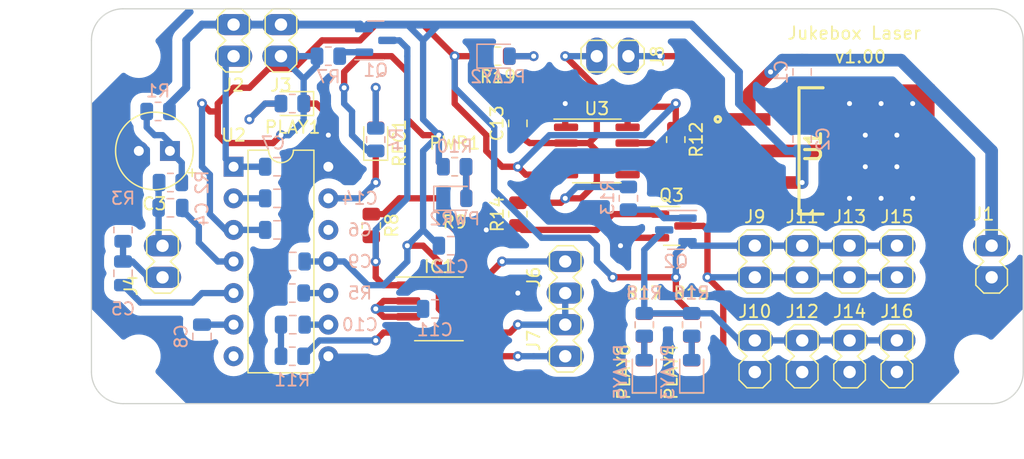
<source format=kicad_pcb>
(kicad_pcb (version 20221018) (generator pcbnew)
  (layers (0 "F.Cu" signal) (31 "B.Cu" signal) (34 "B.Paste" user) (35 "F.Paste" user) (36 "B.SilkS" user "B.Silkscreen") (37 "F.SilkS" user "F.Silkscreen") (38 "B.Mask" user) (39 "F.Mask" user) (44 "Edge.Cuts" user))
  (net 0 "")
  (net 1 "GND")
  (net 2 "REC")
  (net 3 "+5v")
  (net 4 "Net-(IC1-+IN)")
  (net 5 "Net-(PLAY1-A)")
  (net 6 "Net-(PWR1-A)")
  (net 7 "Net-(PWR2-A)")
  (net 8 "Net-(Q1-B)")
  (net 9 "Net-(REC1-A)")
  (net 10 "Net-(REC1-K)")
  (net 11 "VOL(-)")
  (net 12 "Mic(+)")
  (net 13 "Mic(-)")
  (net 14 "+9v")
  (net 15 "Shutdown")
  (net 16 "SPK(+)")
  (net 17 "PLAY")
  (net 18 "Net-(C10-Pad2)")
  (net 19 "/Amplifier/SPK+")
  (net 20 "/Amplifier/SPK-")
  (net 21 "/Jukebox/M+")
  (net 22 "/Jukebox/M-")
  (net 23 "/Jukebox/AGC")
  (net 24 "Net-(J8-Pin_2)")
  (net 25 "Flasher Speed")
  (net 26 "Net-(J11-Pin_2)")
  (net 27 "Net-(J10-Pin_1)")
  (net 28 "Net-(Q2-B)")
  (net 29 "Net-(Q3-B)")
  (net 30 "Net-(U3-Q)")
  (net 32 "Net-(C3-Pad1)")
  (net 33 "/Jukebox/PLAY_E")
  (net 34 "Net-(PLAY2-A)")
  (net 35 "Net-(PLAY3-A)")
  (net 36 "Net-(PLAY4-A)")
  (net 37 "Net-(PLAY5-A)")
  (net 38 "Net-(U2-ROSC)")
  (net 39 "Net-(PLAY6-A)")
  (footprint "LED_SMD:LED_0805_2012Metric" (layer "F.Cu") (at 35.56 105.7425 90)
    (fp_text reference "REC1")
    (fp_text value "Red")
  )
  (footprint "Headers:PinHeader_1x02_P2.54mm_Vertical_Wide" (layer "F.Cu") (at 66.04669 121.92)
    (fp_text reference "J10")
    (fp_text value "LED")
  )
  (footprint "Resistor_SMD:R_0805_2012Metric" (layer "F.Cu") (at 35.2025 112.6725 -90)
    (fp_text reference "R8")
    (fp_text value "10k")
  )
  (footprint "Capacitor_SMD:C_0805_2012Metric" (layer "F.Cu") (at 46.99 104.46 90)
    (fp_text reference "C13")
    (fp_text value "106")
  )
  (footprint "Resistor_SMD:R_0805_2012Metric" (layer "F.Cu") (at 57.15669 120.675 90)
    (fp_text reference "R17")
    (fp_text value "200 Ω")
  )
  (footprint "Headers:PinHeader_1x02_P2.54mm_Vertical_Wide" (layer "F.Cu") (at 18.415 116.845 180)
    (fp_text reference "J4")
    (fp_text value "Mic")
  )
  (footprint "LED_SMD:LED_0805_2012Metric" (layer "F.Cu") (at 41.91 110.49)
    (fp_text reference "PWR1")
    (fp_text value "Green")
  )
  (footprint "Local:LM4871" (layer "F.Cu") (at 40.64 119.38)
    (fp_text reference "IC1")
    (fp_text value "LM4871MX_NOPB")
  )
  (footprint "Headers:PinHeader_1x02_P2.54mm_Vertical_Wide" (layer "F.Cu") (at 85.09 116.84 180)
    (fp_text reference "J1")
    (fp_text value "Power")
  )
  (footprint "Capacitor_THT:CP_Radial_Tantal_D6.0mm_P2.50mm" (layer "F.Cu") (at 19.01 106.68 180)
    (fp_text reference "C3")
    (fp_text value "220 µF")
  )
  (footprint "Package_SO:SOIC-8_3.9x4.9mm_P1.27mm" (layer "F.Cu") (at 53.34 106.68)
    (fp_text reference "U3")
    (fp_text value "NE555D")
  )
  (footprint "Headers:PinHeader_1x02_P2.54mm_Vertical_Wide" (layer "F.Cu") (at 24.13 99.06 180)
    (fp_text reference "J2")
    (fp_text value "Rec")
  )
  (footprint "Resistor_SMD:R_0805_2012Metric" (layer "F.Cu") (at 46.99 111.76 90)
    (fp_text reference "R14")
    (fp_text value "100k")
  )
  (footprint "Headers:PinHeader_1x02_P2.54mm_Vertical_Wide" (layer "F.Cu") (at 27.94 99.06 180)
    (fp_text reference "J3")
    (fp_text value "Play")
  )
  (footprint "LED_SMD:LED_0805_2012Metric" (layer "F.Cu") (at 57.15669 124.46 90)
    (fp_text reference "PLAY6")
    (fp_text value "Yellow")
  )
  (footprint "Local:ISD1820" (layer "F.Cu") (at 24.13 107.95)
    (fp_text reference "U2")
    (fp_text value "ISD1820")
  )
  (footprint "LED_SMD:LED_0805_2012Metric" (layer "F.Cu") (at 28.8775 102.87 180)
    (fp_text reference "PLAY1")
    (fp_text value "Blue")
  )
  (footprint "Headers:PinHeader_1x02_P2.54mm_Vertical_Wide" (layer "F.Cu") (at 77.47 121.912434)
    (fp_text reference "J16")
    (fp_text value "LED")
  )
  (footprint "Headers:PinHeader_1x02_P2.54mm_Vertical_Wide" (layer "F.Cu") (at 69.85669 121.92)
    (fp_text reference "J12")
    (fp_text value "LED")
  )
  (footprint "Headers:PinHeader_1x02_P2.54mm_Vertical_Wide" (layer "F.Cu") (at 66.04669 114.3)
    (fp_text reference "J9")
    (fp_text value "LED")
  )
  (footprint "MountingHole:MountingHole_3mm" (layer "F.Cu") (at 83.82 99.06)
    (fp_text reference "REF**" hide)
    (fp_text value "MountingHole_3mm" hide)
  )
  (footprint "Resistor_SMD:R_0805_2012Metric" (layer "F.Cu") (at 59.69 105.7675 -90)
    (fp_text reference "R12")
    (fp_text value "1k")
  )
  (footprint "Resistor_SMD:R_0805_2012Metric" (layer "F.Cu") (at 45.3875 99.06 180)
    (fp_text reference "R19")
    (fp_text value "1k")
  )
  (footprint "Headers:PinHeader_1x02_P2.54mm_Vertical_Wide" (layer "F.Cu") (at 77.47669 114.3)
    (fp_text reference "J15")
    (fp_text value "LED")
  )
  (footprint "MountingHole:MountingHole_3mm" (layer "F.Cu") (at 16.51 99.06)
    (fp_text reference "REF**" hide)
    (fp_text value "MountingHole_3mm" hide)
  )
  (footprint "Headers:PinHeader_1x02_P2.54mm_Vertical_Wide" (layer "F.Cu") (at 50.8 115.57)
    (fp_text reference "J6")
    (fp_text value "Speaker")
  )
  (footprint "Local:ua7805-KTT-_R-PSFM-G3_" (layer "F.Cu") (at 78.6 106.68 -90)
    (fp_text reference "U1")
    (fp_text value "ua7805" hide)
  )
  (footprint "Headers:PinHeader_1x02_P2.54mm_Vertical_Wide" (layer "F.Cu") (at 69.85669 114.3)
    (fp_text reference "J11")
    (fp_text value "LED")
  )
  (footprint "Resistor_SMD:R_0805_2012Metric" (layer "F.Cu") (at 60.96669 120.675 90)
    (fp_text reference "R15")
    (fp_text value "200 Ω")
  )
  (footprint "Headers:PinHeader_1x02_P2.54mm_Vertical_Wide" (layer "F.Cu") (at 50.8 120.65)
    (fp_text reference "J7")
    (fp_text value "100k pot")
  )
  (footprint "Headers:PinHeader_1x02_P2.54mm_Vertical_Wide" (layer "F.Cu") (at 73.66669 121.92)
    (fp_text reference "J14")
    (fp_text value "LED")
  )
  (footprint "MountingHole:MountingHole_3mm" (layer "F.Cu") (at 16.51 123.19)
    (fp_text reference "REF**" hide)
    (fp_text value "MountingHole_3mm" hide)
  )
  (footprint "MountingHole:MountingHole_3mm" (layer "F.Cu") (at 83.82 123.19)
    (fp_text reference "REF**" hide)
    (fp_text value "MountingHole_3mm" hide)
  )
  (footprint "LED_SMD:LED_0805_2012Metric" (layer "F.Cu") (at 60.96669 124.46 90)
    (fp_text reference "PLAY4")
    (fp_text value "Yellow")
  )
  (footprint "Headers:PinHeader_1x02_P2.54mm_Vertical_Wide" (layer "F.Cu") (at 73.66669 114.3)
    (fp_text reference "J13")
    (fp_text value "LED")
  )
  (footprint "Resistor_SMD:R_0805_2012Metric" (layer "F.Cu") (at 41.91 107.95 180)
    (fp_text reference "R9")
    (fp_text value "1k")
  )
  (footprint "Package_TO_SOT_SMD:SOT-23" (layer "F.Cu") (at 59.36419 112.71)
    (fp_text reference "Q3")
    (fp_text value "PMBT2222A")
  )
  (footprint "Headers:PinHeader_1x02_P2.54mm_Vertical_Wide" (layer "F.Cu") (at 55.88 99.06 -90)
    (fp_text reference "J8")
    (fp_text value "100k pot")
  )
  (footprint "Capacitor_SMD:C_0805_2012Metric" (layer "B.Cu") (at 28.89 115.57 180)
    (fp_text reference "C9")
    (fp_text value "104")
  )
  (footprint "Package_TO_SOT_SMD:SOT-23" (layer "B.Cu") (at 59.69669 113.03 180)
    (fp_text reference "Q2")
    (fp_text value "2PB709AXL")
  )
  (footprint "Resistor_SMD:R_0805_2012Metric" (layer "B.Cu") (at 19.05 109.22 180)
    (fp_text reference "R2")
    (fp_text value "4.7k")
  )
  (footprint "Capacitor_SMD:C_0805_2012Metric" (layer "B.Cu") (at 69.85 100.33 -90)
    (fp_text reference "C1")
    (fp_text value "334")
  )
  (footprint "Capacitor_SMD:C_0805_2012Metric" (layer "B.Cu") (at 41.59 114.3)
    (fp_text reference "C12")
    (fp_text value "105")
  )
  (footprint "Resistor_SMD:R_0805_2012Metric" (layer "B.Cu") (at 28.8525 123.19 180)
    (fp_text reference "R11")
    (fp_text value "10k")
  )
  (footprint "Resistor_SMD:R_0805_2012Metric" (layer "B.Cu") (at 35.56 105.7675 90)
    (fp_text reference "R4")
    (fp_text value "1k")
  )
  (footprint "Resistor_SMD:R_0805_2012Metric" (layer "B.Cu") (at 15.24 113.03 90)
    (fp_text reference "R3")
    (fp_text value "4.7k")
  )
  (footprint "Capacitor_SMD:C_0805_2012Metric" (layer "B.Cu") (at 27.62 107.95)
    (fp_text reference "C7")
    (fp_text value "102")
  )
  (footprint "Package_TO_SOT_SMD:SOT-23" (layer "B.Cu") (at 35.56 97.79)
    (fp_text reference "Q1")
    (fp_text value "2PB709AXL")
  )
  (footprint "Resistor_SMD:R_0805_2012Metric" (layer "B.Cu") (at 31.75 99.06)
    (fp_text reference "R7")
    (fp_text value "100k")
  )
  (footprint "Capacitor_SMD:C_0805_2012Metric" (layer "B.Cu") (at 27.62 113.03)
    (fp_text reference "C6")
    (fp_text value "102")
  )
  (footprint "LED_SMD:LED_0805_2012Metric" (layer "B.Cu") (at 45.3875 99.06)
    (fp_text reference "PLAY2")
    (fp_text value "Blue")
  )
  (footprint "Capacitor_SMD:C_0805_2012Metric" (layer "B.Cu") (at 40.32 119.38)
    (fp_text reference "C11")
    (fp_text value "105")
  )
  (footprint "Resistor_SMD:R_0805_2012Metric" (layer "B.Cu") (at 55.88 110.49 -90)
    (fp_text reference "R13")
    (fp_text value "100k")
  )
  (footprint "LED_SMD:LED_0805_2012Metric" (layer "B.Cu") (at 57.15669 124.435 90)
    (fp_text reference "PLAY5")
    (fp_text value "Yellow")
  )
  (footprint "Capacitor_SMD:C_0805_2012Metric" (layer "B.Cu") (at 21.59 121.6 -90)
    (fp_text reference "C8")
    (fp_text value "475")
  )
  (footprint "LED_SMD:LED_0805_2012Metric" (layer "B.Cu") (at 41.91 110.49)
    (fp_text reference "PWR2")
    (fp_text value "Green")
  )
  (footprint "Capacitor_SMD:C_0805_2012Metric" (layer "B.Cu") (at 69.85 105.73 90)
    (fp_text reference "C2")
    (fp_text value "104")
  )
  (footprint "Capacitor_SMD:C_0805_2012Metric" (layer "B.Cu") (at 27.62 110.49)
    (fp_text reference "C14")
    (fp_text value "102")
  )
  (footprint "Capacitor_SMD:C_0805_2012Metric" (layer "B.Cu") (at 15.24 116.52 90)
    (fp_text reference "C5")
    (fp_text value "104")
  )
  (footprint "Capacitor_SMD:C_0805_2012Metric" (layer "B.Cu") (at 28.89 120.65 180)
    (fp_text reference "C10")
    (fp_text value "394")
  )
  (footprint "Resistor_SMD:R_0805_2012Metric" (layer "B.Cu") (at 57.15669 120.65 90)
    (fp_text reference "R18")
    (fp_text value "200 Ω")
  )
  (footprint "Resistor_SMD:R_0805_2012Metric" (layer "B.Cu") (at 18.0575 103.505 180)
    (fp_text reference "R1")
    (fp_text value "1k")
  )
  (footprint "Resistor_SMD:R_0805_2012Metric" (layer "B.Cu") (at 28.8525 118.11 180)
    (fp_text reference "R5")
    (fp_text value "80k")
  )
  (footprint "Resistor_SMD:R_0805_2012Metric" (layer "B.Cu") (at 60.96669 120.65 90)
    (fp_text reference "R16")
    (fp_text value "200 Ω")
  )
  (footprint "Resistor_SMD:R_0805_2012Metric" (layer "B.Cu") (at 28.8525 102.87)
    (fp_text reference "R6" hide)
    (fp_text value "1k")
  )
  (footprint "Capacitor_SMD:C_0805_2012Metric" (layer "B.Cu") (at 19.05 111.252 180)
    (fp_text reference "C4")
    (fp_text value "104")
  )
  (footprint "LED_SMD:LED_0805_2012Metric" (layer "B.Cu") (at 60.96669 124.435 90)
    (fp_text reference "PLAY3")
    (fp_text value "Yellow")
  )
  (footprint "Resistor_SMD:R_0805_2012Metric" (layer "B.Cu") (at 41.91 107.95 180)
    (fp_text reference "R10")
    (fp_text value "1k")
  )
  (gr_arc (start 87.63 124.46) (mid 86.895064 126.25227) (end 85.108052 126.9999) (stroke (width 0.1)) (layer "Edge.Cuts"))
  (gr_line (start 85.108052 126.999999) (end 15.24 127) (stroke (width 0.1)) (layer "Edge.Cuts"))
  (gr_arc (start 85.09 95.25) (mid 86.886051 95.993949) (end 87.63 97.79) (stroke (width 0.1)) (layer "Edge.Cuts"))
  (gr_line (start 87.63 97.79) (end 87.63 124.46) (stroke (width 0.1)) (layer "Edge.Cuts"))
  (gr_line (start 12.7 124.46) (end 12.7 97.79) (stroke (width 0.1)) (layer "Edge.Cuts"))
  (gr_arc (start 12.7 97.79) (mid 13.443949 95.993949) (end 15.24 95.25) (stroke (width 0.1)) (layer "Edge.Cuts"))
  (gr_line (start 15.24 95.25) (end 85.09 95.25) (stroke (width 0.1)) (layer "Edge.Cuts"))
  (gr_arc (start 15.24 127) (mid 13.443949 126.256051) (end 12.7 124.46) (stroke (width 0.1)) (layer "Edge.Cuts"))
  (gr_text "v1.00" (at 72.39 99.695) (layer "F.SilkS") (effects (font (size 1 1)) (justify left bottom)))
  (gr_text "Jukebox Laser" (at 68.58 97.79) (layer "F.SilkS") (effects (font (size 1 1)) (justify left bottom)))
  (segment (start 30.7825 102.87) (end 29.815 102.87) (width 0.508) (layer "F.Cu") (net 1))
  (segment (start 37.465 110.49) (end 40.9725 110.49) (width 0.508) (layer "F.Cu") (net 1))
  (segment (start 65.6 106.68) (end 76.2 106.68) (width 1.016) (layer "F.Cu") (net 1))
  (segment (start 36.195 111.76) (end 37.465 110.49) (width 0.508) (layer "F.Cu") (net 1))
  (segment (start 47.31 102.87) (end 50.8 102.87) (width 0.508) (layer "F.Cu") (net 1))
  (segment (start 45.085 118.745) (end 45.72 118.11) (width 0.508) (layer "F.Cu") (net 1))
  (segment (start 45.72 118.11) (end 46.99 118.11) (width 0.508) (layer "F.Cu") (net 1))
  (segment (start 46.99 103.51) (end 46.99 103.19) (width 0.508) (layer "F.Cu") (net 1))
  (segment (start 40.9725 112.0925) (end 41.91 113.03) (width 0.508) (layer "F.Cu") (net 1))
  (segment (start 43.115 118.745) (end 45.085 118.745) (width 0.508) (layer "F.Cu") (net 1))
  (segment (start 31.75 105.41) (end 31.75 103.8375) (width 0.508) (layer "F.Cu") (net 1))
  (segment (start 46.99 103.19) (end 47.31 102.87) (width 0.508) (layer "F.Cu") (net 1))
  (segment (start 55.88 113.665) (end 55.245 114.3) (width 0.508) (layer "F.Cu") (net 1))
  (segment (start 41.91 113.03) (end 44.45 113.03) (width 0.508) (layer "F.Cu") (net 1))
  (segment (start 50.865 102.935) (end 50.8 102.87) (width 0.508) (layer "F.Cu") (net 1))
  (segment (start 50.8 104.71) (end 50.865 104.775) (width 0.508) (layer "F.Cu") (net 1))
  (segment (start 35.2025 111.76) (end 36.195 111.76) (width 0.508) (layer "F.Cu") (net 1))
  (segment (start 31.75 103.8375) (end 30.7825 102.87) (width 0.508) (layer "F.Cu") (net 1))
  (segment (start 40.9725 110.49) (end 40.9725 112.0925) (width 0.508) (layer "F.Cu") (net 1))
  (segment (start 55.88 113.665) (end 58.42669 113.66) (width 0.508) (layer "F.Cu") (net 1))
  (segment (start 50.8 102.87) (end 50.8 104.71) (width 0.508) (layer "F.Cu") (net 1))
  (via (at 55.245 114.3) (size 0.8) (drill 0.4) (layers "F.Cu" "B.Cu") (net 1))
  (via (at 50.8 102.87) (size 0.8) (drill 0.4) (layers "F.Cu" "B.Cu") (net 1))
  (via (at 77.47 107.95) (size 0.8) (drill 0.4) (layers "F.Cu" "B.Cu") (net 1))
  (via (at 78.74 102.87) (size 0.8) (drill 0.4) (layers "F.Cu" "B.Cu") (net 1))
  (via (at 31.75 105.41) (size 0.8) (drill 0.4) (layers "F.Cu" "B.Cu") (net 1))
  (via (at 78.74 110.49) (size 0.8) (drill 0.4) (layers "F.Cu" "B.Cu") (net 1))
  (via (at 74.93 105.41) (size 0.8) (drill 0.4) (layers "F.Cu" "B.Cu") (net 1))
  (via (at 73.66 102.87) (size 0.8) (drill 0.4) (layers "F.Cu" "B.Cu") (net 1))
  (via (at 46.99 118.11) (size 0.8) (drill 0.4) (layers "F.Cu" "B.Cu") (net 1))
  (via (at 77.47 105.41) (size 0.8) (drill 0.4) (layers "F.Cu" "B.Cu") (net 1))
  (via (at 74.93 107.95) (size 0.8) (drill 0.4) (layers "F.Cu" "B.Cu") (net 1))
  (via (at 44.45 113.03) (size 0.8) (drill 0.4) (layers "F.Cu" "B.Cu") (net 1))
  (via (at 76.2 102.87) (size 0.8) (drill 0.4) (layers "F.Cu" "B.Cu") (net 1))
  (via (at 73.66 110.49) (size 0.8) (drill 0.4) (layers "F.Cu" "B.Cu") (net 1))
  (via (at 76.2 110.49) (size 0.8) (drill 0.4) (layers "F.Cu" "B.Cu") (net 1))
  (segment (start 15.875 106.68) (end 16.51 106.68) (width 0.508) (layer "B.Cu") (net 1))
  (segment (start 27.94 115.57) (end 27.94 118.11) (width 0.508) (layer "B.Cu") (net 1))
  (segment (start 24.13 99.06) (end 23.495 99.695) (width 0.508) (layer "B.Cu") (net 2))
  (segment (start 24.13 107.95) (end 26.67 107.95) (width 0.508) (layer "B.Cu") (net 2))
  (segment (start 23.495 107.315) (end 24.13 107.95) (width 0.508) (layer "B.Cu") (net 2))
  (segment (start 23.495 99.695) (end 23.495 107.315) (width 0.508) (layer "B.Cu") (net 2))
  (segment (start 39.37 114.3) (end 40.64 115.57) (width 0.508) (layer "F.Cu") (net 3))
  (segment (start 38.1 114.3) (end 39.37 114.3) (width 0.508) (layer "F.Cu") (net 3))
  (segment (start 38.1 100.33) (end 38.1 104.14) (width 0.508) (layer "F.Cu") (net 3))
  (segment (start 34.29 99.06) (end 36.83 99.06) (width 0.508) (layer "F.Cu") (net 3))
  (segment (start 41.275 120.015) (end 43.115 120.015) (width 0.508) (layer "F.Cu") (net 3))
  (segment (start 40.64 119.38) (end 41.275 120.015) (width 0.508) (layer "F.Cu") (net 3))
  (segment (start 33.02 101.6) (end 33.02 100.33) (width 0.508) (layer "F.Cu") (net 3))
  (segment (start 69.85 109.22) (end 65.6 109.22) (width 1.016) (layer "F.Cu") (net 3))
  (segment (start 39.37 105.41) (end 40.64 105.41) (width 0.508) (layer "F.Cu") (net 3))
  (segment (start 36.83 99.06) (end 38.1 100.33) (width 0.508) (layer "F.Cu") (net 3))
  (segment (start 40.64 105.41) (end 40.64 107.5925) (width 0.508) (layer "F.Cu") (net 3))
  (segment (start 40.64 107.5925) (end 40.9975 107.95) (width 0.508) (layer "F.Cu") (net 3))
  (segment (start 40.64 115.57) (end 40.64 119.38) (width 0.508) (layer "F.Cu") (net 3))
  (segment (start 33.02 100.33) (end 34.29 99.06) (width 0.508) (layer "F.Cu") (net 3))
  (segment (start 38.1 104.14) (end 39.37 105.41) (width 0.508) (layer "F.Cu") (net 3))
  (via (at 40.64 105.41) (size 0.8) (drill 0.4) (layers "F.Cu" "B.Cu") (net 3))
  (via (at 69.85 109.22) (size 0.8) (drill 0.4) (layers "F.Cu" "B.Cu") (net 3))
  (via (at 38.1 114.3) (size 0.8) (drill 0.4) (layers "F.Cu" "B.Cu") (net 3))
  (via (at 33.02 101.6) (size 0.8) (drill 0.4) (layers "F.Cu" "B.Cu") (net 3))
  (segment (start 20.32 97.79) (end 21.59 96.52) (width 0.635) (layer "B.Cu") (net 3))
  (segment (start 20.32 101.6) (end 18.97 102.95) (width 0.635) (layer "B.Cu") (net 3))
  (segment (start 33.655 105.41) (end 34.925 106.68) (width 0.508) (layer "B.Cu") (net 3))
  (segment (start 64.77 102.87) (end 68.58 106.68) (width 0.635) (layer "B.Cu") (net 3))
  (segment (start 69.85 106.68) (end 69.85 109.22) (width 1.016) (layer "B.Cu") (net 3))
  (segment (start 39.37 97.79) (end 38.1 96.52) (width 0.508) (layer "B.Cu") (net 3))
  (segment (start 39.37 113.03) (end 38.1 114.3) (width 0.508) (layer "B.Cu") (net 3))
  (segment (start 40.64 114.3) (end 39.37 113.03) (width 0.508) (layer "B.Cu") (net 3))
  (segment (start 39.37 104.14) (end 40.64 105.41) (width 0.508) (layer "B.Cu") (net 3))
  (segment (start 40.64 105.41) (end 40.64 107.5925) (width 0.508) (layer "B.Cu") (net 3))
  (segment (start 64.77 100.33) (end 64.77 102.87) (width 0.635) (layer "B.Cu") (net 3))
  (segment (start 18.97 102.95) (end 18.97 103.505) (width 0.635) (layer "B.Cu") (net 3))
  (segment (start 36.195 117.475) (end 34.925 117.475) (width 0.508) (layer "B.Cu") (net 3))
  (segment (start 40.64 107.5925) (end 40.9975 107.95) (width 0.508) (layer "B.Cu") (net 3))
  (segment (start 27.94 96.52) (end 34.3025 96.52) (width 0.635) (layer "B.Cu") (net 3))
  (segment (start 39.37 97.79) (end 39.37 104.14) (width 0.508) (layer "B.Cu") (net 3))
  (segment (start 20.32 101.6) (end 20.32 97.79) (width 0.635) (layer "B.Cu") (net 3))
  (segment (start 34.6225 96.84) (end 34.9425 96.52) (width 0.635) (layer "B.Cu") (net 3))
  (segment (start 21.59 96.52) (end 24.13 96.52) (width 0.635) (layer "B.Cu") (net 3))
  (segment (start 24.13 96.52) (end 27.94 96.52) (width 0.635) (layer "B.Cu") (net 3))
  (segment (start 33.02 115.57) (end 31.75 115.57) (width 0.508) (layer "B.Cu") (net 3))
  (segment (start 29.84 115.57) (end 31.75 115.57) (width 0.508) (layer "B.Cu") (net 3))
  (segment (start 34.9425 96.52) (end 60.96 96.52) (width 0.635) (layer "B.Cu") (net 3))
  (segment (start 34.3025 96.52) (end 34.6225 96.84) (width 0.635) (layer "B.Cu") (net 3))
  (segment (start 40.64 105.41) (end 39.37 106.68) (width 0.508) (layer "B.Cu") (net 3))
  (segment (start 38.1 115.57) (end 36.195 117.475) (width 0.508) (layer "B.Cu") (net 3))
  (segment (start 34.925 117.475) (end 33.02 115.57) (width 0.508) (layer "B.Cu") (net 3))
  (segment (start 39.37 106.68) (end 39.37 113.03) (width 0.508) (layer "B.Cu") (net 3))
  (segment (start 38.1 114.3) (end 38.1 115.57) (width 0.508) (layer "B.Cu") (net 3))
  (segment (start 33.655 103.505) (end 33.655 105.41) (width 0.508) (layer "B.Cu") (net 3))
  (segment (start 68.58 106.68) (end 69.85 106.68) (width 0.635) (layer "B.Cu") (net 3))
  (segment (start 39.37 97.79) (end 40.64 96.52) (width 0.508) (layer "B.Cu") (net 3))
  (segment (start 34.925 106.68) (end 35.56 106.68) (width 0.508) (layer "B.Cu") (net 3))
  (segment (start 60.96 96.52) (end 64.77 100.33) (width 0.635) (layer "B.Cu") (net 3))
  (segment (start 33.02 102.87) (end 33.655 103.505) (width 0.508) (layer "B.Cu") (net 3))
  (segment (start 33.02 102.87) (end 33.02 101.6) (width 0.508) (layer "B.Cu") (net 3))
  (segment (start 38.165 120.015) (end 36.195 120.015) (width 0.508) (layer "F.Cu") (net 4))
  (segment (start 38.165 118.745) (end 36.195 118.745) (width 0.508) (layer "F.Cu") (net 4))
  (segment (start 36.195 120.015) (end 35.56 119.38) (width 0.508) (layer "F.Cu") (net 4))
  (segment (start 36.195 118.745) (end 35.56 119.38) (width 0.508) (layer "F.Cu") (net 4))
  (via (at 35.56 119.38) (size 0.8) (drill 0.4) (layers "F.Cu" "B.Cu") (net 4))
  (segment (start 35.56 119.38) (end 39.37 119.38) (width 0.508) (layer "B.Cu") (net 4))
  (segment (start 26.67 102.87) (end 27.94 102.87) (width 0.508) (layer "F.Cu") (net 5))
  (segment (start 25.4 104.14) (end 26.67 102.87) (width 0.508) (layer "F.Cu") (net 5))
  (via (at 25.4 104.14) (size 0.8) (drill 0.4) (layers "F.Cu" "B.Cu") (net 5))
  (segment (start 26.67 102.87) (end 25.4 104.14) (width 0.508) (layer "B.Cu") (net 5))
  (segment (start 27.94 102.87) (end 26.67 102.87) (width 0.508) (layer "B.Cu") (net 5))
  (segment (start 42.8475 110.49) (end 42.8475 107.975) (width 0.508) (layer "F.Cu") (net 6))
  (segment (start 42.8475 107.975) (end 42.8225 107.95) (width 0.508) (layer "F.Cu") (net 6))
  (segment (start 42.8225 110.465) (end 42.8475 110.49) (width 0.508) (layer "B.Cu") (net 7))
  (segment (start 42.8225 107.95) (end 42.8225 110.465) (width 0.508) (layer "B.Cu") (net 7))
  (segment (start 34.6225 98.74) (end 32.9825 98.74) (width 0.508) (layer "B.Cu") (net 8))
  (segment (start 32.9825 98.74) (end 32.6625 99.06) (width 0.508) (layer "B.Cu") (net 8))
  (segment (start 35.56 101.6) (end 35.56 104.805) (width 0.508) (layer "F.Cu") (net 9))
  (via (at 35.56 101.6) (size 0.8) (drill 0.4) (layers "F.Cu" "B.Cu") (net 9))
  (segment (start 35.56 104.855) (end 35.56 101.6) (width 0.508) (layer "B.Cu") (net 9))
  (segment (start 35.56 109.22) (end 35.56 106.68) (width 0.508) (layer "F.Cu") (net 10))
  (via (at 35.56 109.22) (size 0.8) (drill 0.4) (layers "F.Cu" "B.Cu") (net 10))
  (segment (start 34.29 110.49) (end 35.56 109.22) (width 0.508) (layer "B.Cu") (net 10))
  (segment (start 31.75 110.49) (end 34.29 110.49) (width 0.508) (layer "B.Cu") (net 10))
  (segment (start 46.99 123.19) (end 40.64 123.19) (width 0.508) (layer "F.Cu") (net 11))
  (segment (start 36.195 121.285) (end 38.165 121.285) (width 0.508) (layer "F.Cu") (net 11))
  (segment (start 35.56 121.92) (end 36.195 121.285) (width 0.508) (layer "F.Cu") (net 11))
  (segment (start 40.64 123.19) (end 38.735 121.285) (width 0.508) (layer "F.Cu") (net 11))
  (segment (start 38.735 121.285) (end 38.165 121.285) (width 0.508) (layer "F.Cu") (net 11))
  (via (at 46.99 123.19) (size 0.8) (drill 0.4) (layers "F.Cu" "B.Cu") (net 11))
  (via (at 35.56 121.92) (size 0.8) (drill 0.4) (layers "F.Cu" "B.Cu") (net 11))
  (segment (start 48.26 123.19) (end 50.8 123.19) (width 0.508) (layer "B.Cu") (net 11))
  (segment (start 31.035 121.92) (end 29.765 123.19) (width 0.508) (layer "B.Cu") (net 11))
  (segment (start 35.56 121.92) (end 31.035 121.92) (width 0.508) (layer "B.Cu") (net 11))
  (segment (start 46.99 123.19) (end 48.26 123.19) (width 0.508) (layer "B.Cu") (net 11))
  (segment (start 18.1 111.252) (end 18.1 113.99) (width 0.508) (layer "B.Cu") (net 12))
  (segment (start 18.1 113.99) (end 18.415 114.305) (width 0.508) (layer "B.Cu") (net 12))
  (segment (start 18.1 111.76) (end 18.1 109.2575) (width 0.508) (layer "B.Cu") (net 12))
  (segment (start 18.1 109.2575) (end 18.1375 109.22) (width 0.508) (layer "B.Cu") (net 12))
  (segment (start 15.24 115.57) (end 16.002 115.57) (width 0.508) (layer "B.Cu") (net 13))
  (segment (start 16.002 115.57) (end 17.277 116.845) (width 0.508) (layer "B.Cu") (net 13))
  (segment (start 17.277 116.845) (end 18.415 116.845) (width 0.508) (layer "B.Cu") (net 13))
  (segment (start 15.24 115.57) (end 15.24 113.9425) (width 0.508) (layer "B.Cu") (net 13))
  (segment (start 18.039 117.099) (end 18.796 117.099) (width 0.508) (layer "B.Cu") (net 13))
  (segment (start 65.6 104.14) (end 65.6 102.04) (width 1.016) (layer "F.Cu") (net 14))
  (segment (start 65.6 102.04) (end 67.31 100.33) (width 1.016) (layer "F.Cu") (net 14))
  (via (at 67.31 100.33) (size 0.8) (drill 0.4) (layers "F.Cu" "B.Cu") (net 14))
  (segment (start 85.09 106.68) (end 77.79 99.38) (width 1.016) (layer "B.Cu") (net 14))
  (segment (start 67.31 100.33) (end 68.26 99.38) (width 1.016) (layer "B.Cu") (net 14))
  (segment (start 68.26 99.38) (end 69.85 99.38) (width 1.016) (layer "B.Cu") (net 14))
  (segment (start 85.09 114.3) (end 85.09 106.68) (width 1.016) (layer "B.Cu") (net 14))
  (segment (start 77.79 99.38) (end 69.85 99.38) (width 1.016) (layer "B.Cu") (net 14))
  (segment (start 36.195 117.475) (end 35.56 116.84) (width 0.508) (layer "F.Cu") (net 15))
  (segment (start 35.56 113.9425) (end 35.2025 113.585) (width 0.508) (layer "F.Cu") (net 15))
  (segment (start 35.56 116.84) (end 35.56 115.57) (width 0.508) (layer "F.Cu") (net 15))
  (segment (start 35.56 115.57) (end 35.56 113.9425) (width 0.508) (layer "F.Cu") (net 15))
  (segment (start 38.165 117.475) (end 36.195 117.475) (width 0.508) (layer "F.Cu") (net 15))
  (via (at 35.56 115.57) (size 0.8) (drill 0.4) (layers "F.Cu" "B.Cu") (net 15))
  (segment (start 35.56 115.57) (end 35.56 113.03) (width 0.508) (layer "B.Cu") (net 15))
  (segment (start 35.56 113.03) (end 38.1 110.49) (width 0.508) (layer "B.Cu") (net 15))
  (segment (start 38.1 104.14) (end 38.1 99.06) (width 0.508) (layer "B.Cu") (net 15))
  (segment (start 36.4975 97.79) (end 37.465 97.79) (width 0.508) (layer "B.Cu") (net 15))
  (segment (start 38.1 110.49) (end 38.1 104.14) (width 0.508) (layer "B.Cu") (net 15))
  (segment (start 38.1 98.425) (end 38.1 99.06) (width 0.508) (layer "B.Cu") (net 15))
  (segment (start 37.465 97.79) (end 38.1 98.425) (width 0.508) (layer "B.Cu") (net 15))
  (segment (start 31.75 120.65) (end 29.84 120.65) (width 0.508) (layer "B.Cu") (net 16))
  (segment (start 22.225 103.505) (end 22.86 103.505) (width 0.508) (layer "F.Cu") (net 17))
  (segment (start 50.865 108.585) (end 47.625 108.585) (width 0.508) (layer "F.Cu") (net 17))
  (segment (start 31.242 97.79) (end 29.972 99.06) (width 0.508) (layer "F.Cu") (net 17))
  (segment (start 23.495 106.045) (end 27.305 106.045) (width 0.508) (layer "F.Cu") (net 17))
  (segment (start 41.91 99.06) (end 39.37 96.52) (width 0.508) (layer "F.Cu") (net 17))
  (segment (start 45.72 107.95) (end 46.99 107.95) (width 0.508) (layer "F.Cu") (net 17))
  (segment (start 29.972 99.06) (end 28.956 100.076) (width 0.508) (layer "F.Cu") (net 17))
  (segment (start 24.13 101.6) (end 22.86 102.87) (width 0.508) (layer "F.Cu") (net 17))
  (segment (start 39.37 96.52) (end 35.56 96.52) (width 0.508) (layer "F.Cu") (net 17))
  (segment (start 41.91 99.06) (end 44.475 99.06) (width 0.508) (layer "F.Cu") (net 17))
  (segment (start 26.924 100.076) (end 25.4 101.6) (width 0.508) (layer "F.Cu") (net 17))
  (segment (start 22.86 103.505) (end 22.86 105.41) (width 0.508) (layer "F.Cu") (net 17))
  (segment (start 59.69 102.87) (end 59.436 103.124) (width 0.508) (layer "F.Cu") (net 17))
  (segment (start 35.56 96.52) (end 34.29 97.79) (width 0.508) (layer "F.Cu") (net 17))
  (segment (start 27.94 99.06) (end 29.972 99.06) (width 0.508) (layer "F.Cu") (net 17))
  (segment (start 41.91 102.87) (end 44.45 105.41) (width 0.508) (layer "F.Cu") (net 17))
  (segment (start 55.815 104.205) (end 55.815 104.775) (width 0.508) (layer "F.Cu") (net 17))
  (segment (start 22.86 102.87) (end 22.86 103.505) (width 0.508) (layer "F.Cu") (net 17))
  (segment (start 57.15669 119.7625) (end 60.96669 119.7625) (width 0.508) (layer "F.Cu") (net 17))
  (segment (start 60.96669 119.7625) (end 59.69669 118.4925) (width 0.508) (layer "F.Cu") (net 17))
  (segment (start 59.69 102.87) (end 59.69 104.855) (width 0.508) (layer "F.Cu") (net 17))
  (segment (start 59.436 103.124) (end 56.896 103.124) (width 0.508) (layer "F.Cu") (net 17))
  (segment (start 21.59 102.87) (end 22.225 103.505) (width 0.508) (layer "F.Cu") (net 17))
  (segment (start 25.4 101.6) (end 24.13 101.6) (width 0.508) (layer "F.Cu") (net 17))
  (segment (start 59.69669 116.84) (end 54.61669 116.84) (width 0.508) (layer "F.Cu") (net 17))
  (segment (start 56.896 103.124) (end 55.815 104.205) (width 0.508) (layer "F.Cu") (net 17))
  (segment (start 41.91 99.06) (end 41.91 102.87) (width 0.508) (layer "F.Cu") (net 17))
  (segment (start 22.86 105.41) (end 23.495 106.045) (width 0.508) (layer "F.Cu") (net 17))
  (segment (start 59.69669 118.4925) (end 59.69669 116.84) (width 0.508) (layer "F.Cu") (net 17))
  (segment (start 44.45 105.41) (end 44.45 106.68) (width 0.508) (layer "F.Cu") (net 17))
  (segment (start 34.29 97.79) (end 31.242 97.79) (width 0.508) (layer "F.Cu") (net 17))
  (segment (start 47.625 108.585) (end 46.99 107.95) (width 0.508) (layer "F.Cu") (net 17))
  (segment (start 28.956 100.076) (end 26.924 100.076) (width 0.508) (layer "F.Cu") (net 17))
  (segment (start 44.45 106.68) (end 45.72 107.95) (width 0.508) (layer "F.Cu") (net 17))
  (segment (start 27.305 106.045) (end 27.94 105.41) (width 0.508) (layer "F.Cu") (net 17))
  (via (at 21.59 102.87) (size 0.8) (drill 0.4) (layers "F.Cu" "B.Cu") (net 17))
  (via (at 54.61669 116.84) (size 0.8) (drill 0.4) (layers "F.Cu" "B.Cu") (net 17))
  (via (at 27.94 105.41) (size 0.8) (drill 0.4) (layers "F.Cu" "B.Cu") (net 17))
  (via (at 59.69 102.87) (size 0.8) (drill 0.4) (layers "F.Cu" "B.Cu") (net 17))
  (via (at 41.91 99.06) (size 0.8) (drill 0.4) (layers "F.Cu" "B.Cu") (net 17))
  (via (at 59.69669 116.84) (size 0.8) (drill 0.4) (layers "F.Cu" "B.Cu") (net 17))
  (via (at 46.99 107.95) (size 0.8) (drill 0.4) (layers "F.Cu" "B.Cu") (net 17))
  (segment (start 59.69669 116.84) (end 59.69669 114.9175) (width 0.508) (layer "B.Cu") (net 17))
  (segment (start 22.225 108.585) (end 22.225 111.76) (width 0.508) (layer "B.Cu") (net 17))
  (segment (start 23.495 113.03) (end 24.13 113.03) (width 0.508) (layer "B.Cu") (net 17))
  (segment (start 57.15 105.41) (end 59.69 102.87) (width 0.508) (layer "B.Cu") (net 17))
  (segment (start 73.66669 114.3) (end 77.47669 114.3) (width 0.508) (layer "B.Cu") (net 17))
  (segment (start 45.085 109.855) (end 48.895 113.665) (width 0.508) (layer "B.Cu") (net 17))
  (segment (start 45.085 104.775) (end 45.085 109.855) (width 0.508) (layer "B.Cu") (net 17))
  (segment (start 29.765 104.22) (end 29.765 102.87) (width 0.508) (layer "B.Cu") (net 17))
  (segment (start 30.8375 99.06) (end 30.8375 99.8125) (width 0.508) (layer "B.Cu") (net 17))
  (segment (start 52.705 113.665) (end 53.34 114.3) (width 0.508) (layer "B.Cu") (net 17))
  (segment (start 53.34669 115.57669) (end 53.34669 114.3) (width 0.508) (layer "B.Cu") (net 17))
  (segment (start 66.04669 114.3) (end 69.85669 114.3) (width 0.508) (layer "B.Cu") (net 17))
  (segment (start 27.94 105.41) (end 28.575 105.41) (width 0.508) (layer "B.Cu") (net 17))
  (segment (start 22.225 111.76) (end 23.495 113.03) (width 0.508) (layer "B.Cu") (net 17))
  (segment (start 29.765 100.885) (end 27.94 99.06) (width 0.508) (layer "B.Cu") (net 17))
  (segment (start 21.59 107.95) (end 22.225 108.585) (width 0.508) (layer "B.Cu") (net 17))
  (segment (start 59.69669 114.9175) (end 60.63419 113.98) (width 0.508) (layer "B.Cu") (net 17))
  (segment (start 28.575 105.41) (end 29.765 104.22) (width 0.508) (layer "B.Cu") (net 17))
  (segment (start 29.765 102.87) (end 29.765 100.885) (width 0.508) (layer "B.Cu") (net 17))
  (segment (start 41.91 99.06) (end 41.91 101.6) (width 0.508) (layer "B.Cu") (net 17))
  (segment (start 30.8375 99.06) (end 27.94 99.06) (width 0.508) (layer "B.Cu") (net 17))
  (segment (start 54.61 116.84) (end 53.34669 115.57669) (width 0.508) (layer "B.Cu") (net 17))
  (segment (start 49.53 105.41) (end 57.15 105.41) (width 0.508) (layer "B.Cu") (net 17))
  (segment (start 30.8375 99.8125) (end 29.765 100.885) (width 0.508) (layer "B.Cu") (net 17))
  (segment (start 41.91 101.6) (end 45.085 104.775) (width 0.508) (layer "B.Cu") (net 17))
  (segment (start 46.99 107.95) (end 49.53 105.41) (width 0.508) (layer "B.Cu") (net 17))
  (segment (start 69.85669 114.3) (end 73.66669 114.3) (width 0.508) (layer "B.Cu") (net 17))
  (segment (start 21.59 102.87) (end 21.59 107.95) (width 0.508) (layer "B.Cu") (net 17))
  (segment (start 60.95419 114.3) (end 66.04669 114.3) (width 0.508) (layer "B.Cu") (net 17))
  (segment (start 48.895 113.665) (end 52.705 113.665) (width 0.508) (layer "B.Cu") (net 17))
  (segment (start 60.63419 113.98) (end 60.95419 114.3) (width 0.508) (layer "B.Cu") (net 17))
  (segment (start 26.67 113.03) (end 24.13 113.03) (width 0.508) (layer "B.Cu") (net 17))
  (segment (start 27.94 123.19) (end 27.94 120.65) (width 0.508) (layer "B.Cu") (net 18))
  (segment (start 46.355 121.285) (end 46.99 120.65) (width 0.508) (layer "F.Cu") (net 19))
  (segment (start 43.115 121.285) (end 46.355 121.285) (width 0.508) (layer "F.Cu") (net 19))
  (via (at 46.99 120.65) (size 0.8) (drill 0.4) (layers "F.Cu" "B.Cu") (net 19))
  (segment (start 46.99 120.65) (end 50.8 120.65) (width 0.508) (layer "B.Cu") (net 19))
  (segment (start 50.8 120.65) (end 50.8 118.11) (width 0.508) (layer "B.Cu") (net 19))
  (segment (start 43.815 117.475) (end 45.72 115.57) (width 0.508) (layer "F.Cu") (net 20))
  (segment (start 43.115 117.475) (end 43.815 117.475) (width 0.508) (layer "F.Cu") (net 20))
  (via (at 45.72 115.57) (size 0.8) (drill 0.4) (layers "F.Cu" "B.Cu") (net 20))
  (segment (start 45.72 115.57) (end 50.8 115.57) (width 0.508) (layer "B.Cu") (net 20))
  (segment (start 22.86 115.57) (end 21.336 114.046) (width 0.508) (layer "B.Cu") (net 21))
  (segment (start 21.336 112.776) (end 20.32 111.76) (width 0.508) (layer "B.Cu") (net 21))
  (segment (start 24.13 115.57) (end 22.86 115.57) (width 0.508) (layer "B.Cu") (net 21))
  (segment (start 21.336 114.046) (end 21.336 112.776) (width 0.508) (layer "B.Cu") (net 21))
  (segment (start 20.32 111.76) (end 20 111.76) (width 0.508) (layer "B.Cu") (net 21))
  (segment (start 20.828 118.872) (end 16.642 118.872) (width 0.508) (layer "B.Cu") (net 22))
  (segment (start 16.642 118.872) (end 15.24 117.47) (width 0.508) (layer "B.Cu") (net 22))
  (segment (start 24.13 118.11) (end 21.59 118.11) (width 0.508) (layer "B.Cu") (net 22))
  (segment (start 21.59 118.11) (end 20.828 118.872) (width 0.508) (layer "B.Cu") (net 22))
  (segment (start 24.13 120.65) (end 21.59 120.65) (width 0.508) (layer "B.Cu") (net 23))
  (segment (start 53.34 105.41) (end 52.705 106.045) (width 0.508) (layer "F.Cu") (net 24))
  (segment (start 53.34 101.6) (end 53.34 105.41) (width 0.508) (layer "F.Cu") (net 24))
  (segment (start 47.945 106.045) (end 46.99 105.41) (width 0.508) (layer "F.Cu") (net 24))
  (segment (start 50.865 106.045) (end 47.945 106.045) (width 0.508) (layer "F.Cu") (net 24))
  (segment (start 52.705 106.045) (end 50.865 106.045) (width 0.508) (layer "F.Cu") (net 24))
  (segment (start 53.975 107.315) (end 52.705 106.045) (width 0.508) (layer "F.Cu") (net 24))
  (segment (start 50.8 99.06) (end 53.34 101.6) (width 0.508) (layer "F.Cu") (net 24))
  (segment (start 55.815 107.315) (end 53.975 107.315) (width 0.508) (layer "F.Cu") (net 24))
  (via (at 50.8 99.06) (size 0.8) (drill 0.4) (layers "F.Cu" "B.Cu") (net 24))
  (segment (start 50.8 99.06) (end 53.34 99.06) (width 0.508) (layer "B.Cu") (net 24))
  (segment (start 58.42 106.68) (end 59.69 106.68) (width 0.508) (layer "F.Cu") (net 25))
  (segment (start 62.23 105.41) (end 60.96 106.68) (width 0.508) (layer "F.Cu") (net 25))
  (segment (start 55.815 106.045) (end 57.785 106.045) (width 0.508) (layer "F.Cu") (net 25))
  (segment (start 60.96 106.68) (end 59.69 106.68) (width 0.508) (layer "F.Cu") (net 25))
  (segment (start 59.69 99.06) (end 62.23 101.6) (width 0.508) (layer "F.Cu") (net 25))
  (segment (start 57.785 106.045) (end 58.42 106.68) (width 0.508) (layer "F.Cu") (net 25))
  (segment (start 58.42 99.06) (end 59.69 99.06) (width 0.508) (layer "F.Cu") (net 25))
  (segment (start 62.23 101.6) (end 62.23 105.41) (width 0.508) (layer "F.Cu") (net 25))
  (via (at 58.42 99.06) (size 0.8) (drill 0.4) (layers "F.Cu" "B.Cu") (net 25))
  (segment (start 55.88 99.06) (end 58.42 99.06) (width 0.508) (layer "B.Cu") (net 25))
  (segment (start 63.50669 124.46) (end 62.56919 125.3975) (width 0.508) (layer "F.Cu") (net 26))
  (segment (start 60.96669 125.3975) (end 57.15669 125.3975) (width 0.508) (layer "F.Cu") (net 26))
  (segment (start 62.23669 113.03) (end 62.23669 116.84) (width 0.508) (layer "F.Cu") (net 26))
  (segment (start 63.50669 118.11) (end 63.50669 124.46) (width 0.508) (layer "F.Cu") (net 26))
  (segment (start 62.23669 116.84) (end 63.50669 118.11) (width 0.508) (layer "F.Cu") (net 26))
  (segment (start 60.30169 112.71) (end 61.91669 112.71) (width 0.508) (layer "F.Cu") (net 26))
  (segment (start 61.91669 112.71) (end 62.23669 113.03) (width 0.508) (layer "F.Cu") (net 26))
  (segment (start 62.56919 125.3975) (end 60.96669 125.3975) (width 0.508) (layer "F.Cu") (net 26))
  (via (at 62.23669 116.84) (size 0.8) (drill 0.4) (layers "F.Cu" "B.Cu") (net 26))
  (segment (start 69.85669 116.84) (end 66.04669 116.84) (width 0.508) (layer "B.Cu") (net 26))
  (segment (start 73.66669 116.84) (end 69.85669 116.84) (width 0.508) (layer "B.Cu") (net 26))
  (segment (start 77.47669 116.84) (end 73.66669 116.84) (width 0.508) (layer "B.Cu") (net 26))
  (segment (start 62.23669 116.84) (end 66.04669 116.84) (width 0.508) (layer "B.Cu") (net 26))
  (segment (start 60.96669 119.7375) (end 57.15669 119.7375) (width 0.508) (layer "B.Cu") (net 27))
  (segment (start 69.85669 121.92) (end 66.04669 121.92) (width 0.508) (layer "B.Cu") (net 27))
  (segment (start 57.15669 114.6325) (end 58.75919 113.03) (width 0.508) (layer "B.Cu") (net 27))
  (segment (start 62.59419 119.7375) (end 64.77669 121.92) (width 0.508) (layer "B.Cu") (net 27))
  (segment (start 73.674256 121.912434) (end 73.66669 121.92) (width 0.508) (layer "B.Cu") (net 27))
  (segment (start 60.96669 119.7375) (end 62.59419 119.7375) (width 0.508) (layer "B.Cu") (net 27))
  (segment (start 77.47 121.912434) (end 73.674256 121.912434) (width 0.508) (layer "B.Cu") (net 27))
  (segment (start 57.15669 119.7375) (end 57.15669 114.6325) (width 0.508) (layer "B.Cu") (net 27))
  (segment (start 73.66669 121.92) (end 69.85669 121.92) (width 0.508) (layer "B.Cu") (net 27))
  (segment (start 64.77669 121.92) (end 66.04669 121.92) (width 0.508) (layer "B.Cu") (net 27))
  (segment (start 58.0625 111.4025) (end 55.88 111.4025) (width 0.508) (layer "B.Cu") (net 28))
  (segment (start 58.74 112.08) (end 58.0625 111.4025) (width 0.508) (layer "B.Cu") (net 28))
  (segment (start 60.63419 112.08) (end 58.74 112.08) (width 0.508) (layer "B.Cu") (net 28))
  (segment (start 47.3475 113.03) (end 53.34 113.03) (width 0.508) (layer "F.Cu") (net 29))
  (segment (start 54.61 111.76) (end 58.42669 111.76) (width 0.508) (layer "F.Cu") (net 29))
  (segment (start 53.34 113.03) (end 54.61 111.76) (width 0.508) (layer "F.Cu") (net 29))
  (segment (start 46.99 112.6725) (end 47.3475 113.03) (width 0.508) (layer "F.Cu") (net 29))
  (segment (start 50.8 110.49) (end 52.07 110.49) (width 0.508) (layer "F.Cu") (net 30))
  (segment (start 53.34 107.95) (end 52.705 107.315) (width 0.508) (layer "F.Cu") (net 30))
  (segment (start 50.8 110.49) (end 50.4425 110.8475) (width 0.508) (layer "F.Cu") (net 30))
  (segment (start 52.07 110.49) (end 53.34 109.22) (width 0.508) (layer "F.Cu") (net 30))
  (segment (start 50.4425 110.8475) (end 46.99 110.8475) (width 0.508) (layer "F.Cu") (net 30))
  (segment (start 53.34 109.22) (end 53.34 107.95) (width 0.508) (layer "F.Cu") (net 30))
  (segment (start 52.705 107.315) (end 50.865 107.315) (width 0.508) (layer "F.Cu") (net 30))
  (via (at 50.8 110.49) (size 0.8) (drill 0.4) (layers "F.Cu" "B.Cu") (net 30))
  (segment (start 50.8 110.49) (end 51.7125 109.5775) (width 0.508) (layer "B.Cu") (net 30))
  (segment (start 51.7125 109.5775) (end 55.88 109.5775) (width 0.508) (layer "B.Cu") (net 30))
  (segment (start 17.145 104.775) (end 17.78 105.41) (width 0.508) (layer "B.Cu") (net 32))
  (segment (start 19.01 106.68) (end 19.01 106.005) (width 0.508) (layer "B.Cu") (net 32))
  (segment (start 19.01 106.005) (end 18.415 105.41) (width 0.508) (layer "B.Cu") (net 32))
  (segment (start 19.9625 109.22) (end 19.9625 107.6325) (width 0.508) (layer "B.Cu") (net 32))
  (segment (start 17.145 103.505) (end 17.145 104.775) (width 0.508) (layer "B.Cu") (net 32))
  (segment (start 19.9625 107.6325) (end 19.01 106.68) (width 0.508) (layer "B.Cu") (net 32))
  (segment (start 17.78 105.41) (end 18.415 105.41) (width 0.508) (layer "B.Cu") (net 32))
  (segment (start 26.67 110.49) (end 24.13 110.49) (width 0.508) (layer "B.Cu") (net 33))
  (segment (start 46.3 99.06) (end 48.26 99.06) (width 0.508) (layer "F.Cu") (net 34))
  (via (at 48.26 99.06) (size 0.8) (drill 0.4) (layers "F.Cu" "B.Cu") (net 34))
  (segment (start 48.26 99.06) (end 46.325 99.06) (width 0.508) (layer "B.Cu") (net 34))
  (segment (start 60.96669 123.4975) (end 60.96669 121.5625) (width 0.508) (layer "B.Cu") (net 35))
  (segment (start 60.96669 121.5875) (end 60.96669 123.5225) (width 0.508) (layer "F.Cu") (net 36))
  (segment (start 57.15669 123.4975) (end 57.15669 121.5625) (width 0.508) (layer "B.Cu") (net 37))
  (segment (start 29.765 118.11) (end 31.75 118.11) (width 0.508) (layer "B.Cu") (net 38))
  (segment (start 57.15669 123.5225) (end 57.15669 121.5875) (width 0.508) (layer "F.Cu") (net 39))
  (zone (net 1) (net_name "GND") (layer "B.Cu") (connect_pads yes (clearance 0.8)) (min_thickness 0.508) (fill yes (thermal_gap 0.8) (thermal_bridge_width 0.8))
    (polygon (pts (xy 20.32 127) (xy 12.7 119.38) (xy 12.7 102.87) (xy 20.32 95.25) (xy 80.01 95.25) (xy 87.63 102.87) (xy 87.63 119.38) (xy 80.01 127)))
  )
)
</source>
